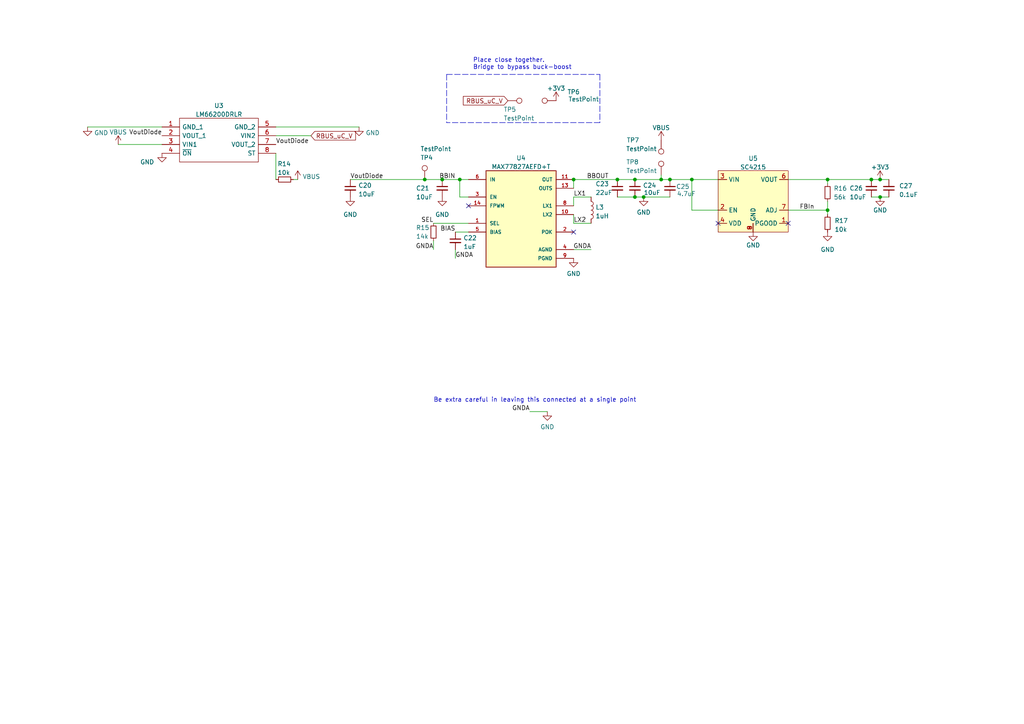
<source format=kicad_sch>
(kicad_sch (version 20211123) (generator eeschema)

  (uuid e9284afa-e324-4762-b662-a428eebcb5c2)

  (paper "A4")

  (lib_symbols
    (symbol "Connector:TestPoint" (pin_numbers hide) (pin_names (offset 0.762) hide) (in_bom yes) (on_board yes)
      (property "Reference" "TP" (id 0) (at 0 6.858 0)
        (effects (font (size 1.27 1.27)))
      )
      (property "Value" "TestPoint" (id 1) (at 0 5.08 0)
        (effects (font (size 1.27 1.27)))
      )
      (property "Footprint" "" (id 2) (at 5.08 0 0)
        (effects (font (size 1.27 1.27)) hide)
      )
      (property "Datasheet" "~" (id 3) (at 5.08 0 0)
        (effects (font (size 1.27 1.27)) hide)
      )
      (property "ki_keywords" "test point tp" (id 4) (at 0 0 0)
        (effects (font (size 1.27 1.27)) hide)
      )
      (property "ki_description" "test point" (id 5) (at 0 0 0)
        (effects (font (size 1.27 1.27)) hide)
      )
      (property "ki_fp_filters" "Pin* Test*" (id 6) (at 0 0 0)
        (effects (font (size 1.27 1.27)) hide)
      )
      (symbol "TestPoint_0_1"
        (circle (center 0 3.302) (radius 0.762)
          (stroke (width 0) (type default) (color 0 0 0 0))
          (fill (type none))
        )
      )
      (symbol "TestPoint_1_1"
        (pin passive line (at 0 0 90) (length 2.54)
          (name "1" (effects (font (size 1.27 1.27))))
          (number "1" (effects (font (size 1.27 1.27))))
        )
      )
    )
    (symbol "Device:C_Small" (pin_numbers hide) (pin_names (offset 0.254) hide) (in_bom yes) (on_board yes)
      (property "Reference" "C" (id 0) (at 0.254 1.778 0)
        (effects (font (size 1.27 1.27)) (justify left))
      )
      (property "Value" "C_Small" (id 1) (at 0.254 -2.032 0)
        (effects (font (size 1.27 1.27)) (justify left))
      )
      (property "Footprint" "" (id 2) (at 0 0 0)
        (effects (font (size 1.27 1.27)) hide)
      )
      (property "Datasheet" "~" (id 3) (at 0 0 0)
        (effects (font (size 1.27 1.27)) hide)
      )
      (property "ki_keywords" "capacitor cap" (id 4) (at 0 0 0)
        (effects (font (size 1.27 1.27)) hide)
      )
      (property "ki_description" "Unpolarized capacitor, small symbol" (id 5) (at 0 0 0)
        (effects (font (size 1.27 1.27)) hide)
      )
      (property "ki_fp_filters" "C_*" (id 6) (at 0 0 0)
        (effects (font (size 1.27 1.27)) hide)
      )
      (symbol "C_Small_0_1"
        (polyline
          (pts
            (xy -1.524 -0.508)
            (xy 1.524 -0.508)
          )
          (stroke (width 0.3302) (type default) (color 0 0 0 0))
          (fill (type none))
        )
        (polyline
          (pts
            (xy -1.524 0.508)
            (xy 1.524 0.508)
          )
          (stroke (width 0.3048) (type default) (color 0 0 0 0))
          (fill (type none))
        )
      )
      (symbol "C_Small_1_1"
        (pin passive line (at 0 2.54 270) (length 2.032)
          (name "~" (effects (font (size 1.27 1.27))))
          (number "1" (effects (font (size 1.27 1.27))))
        )
        (pin passive line (at 0 -2.54 90) (length 2.032)
          (name "~" (effects (font (size 1.27 1.27))))
          (number "2" (effects (font (size 1.27 1.27))))
        )
      )
    )
    (symbol "Device:L" (pin_numbers hide) (pin_names (offset 1.016) hide) (in_bom yes) (on_board yes)
      (property "Reference" "L" (id 0) (at -1.27 0 90)
        (effects (font (size 1.27 1.27)))
      )
      (property "Value" "L" (id 1) (at 1.905 0 90)
        (effects (font (size 1.27 1.27)))
      )
      (property "Footprint" "" (id 2) (at 0 0 0)
        (effects (font (size 1.27 1.27)) hide)
      )
      (property "Datasheet" "~" (id 3) (at 0 0 0)
        (effects (font (size 1.27 1.27)) hide)
      )
      (property "ki_keywords" "inductor choke coil reactor magnetic" (id 4) (at 0 0 0)
        (effects (font (size 1.27 1.27)) hide)
      )
      (property "ki_description" "Inductor" (id 5) (at 0 0 0)
        (effects (font (size 1.27 1.27)) hide)
      )
      (property "ki_fp_filters" "Choke_* *Coil* Inductor_* L_*" (id 6) (at 0 0 0)
        (effects (font (size 1.27 1.27)) hide)
      )
      (symbol "L_0_1"
        (arc (start 0 -2.54) (mid 0.635 -1.905) (end 0 -1.27)
          (stroke (width 0) (type default) (color 0 0 0 0))
          (fill (type none))
        )
        (arc (start 0 -1.27) (mid 0.635 -0.635) (end 0 0)
          (stroke (width 0) (type default) (color 0 0 0 0))
          (fill (type none))
        )
        (arc (start 0 0) (mid 0.635 0.635) (end 0 1.27)
          (stroke (width 0) (type default) (color 0 0 0 0))
          (fill (type none))
        )
        (arc (start 0 1.27) (mid 0.635 1.905) (end 0 2.54)
          (stroke (width 0) (type default) (color 0 0 0 0))
          (fill (type none))
        )
      )
      (symbol "L_1_1"
        (pin passive line (at 0 3.81 270) (length 1.27)
          (name "1" (effects (font (size 1.27 1.27))))
          (number "1" (effects (font (size 1.27 1.27))))
        )
        (pin passive line (at 0 -3.81 90) (length 1.27)
          (name "2" (effects (font (size 1.27 1.27))))
          (number "2" (effects (font (size 1.27 1.27))))
        )
      )
    )
    (symbol "Device:R_Small" (pin_numbers hide) (pin_names (offset 0.254) hide) (in_bom yes) (on_board yes)
      (property "Reference" "R" (id 0) (at 0.762 0.508 0)
        (effects (font (size 1.27 1.27)) (justify left))
      )
      (property "Value" "R_Small" (id 1) (at 0.762 -1.016 0)
        (effects (font (size 1.27 1.27)) (justify left))
      )
      (property "Footprint" "" (id 2) (at 0 0 0)
        (effects (font (size 1.27 1.27)) hide)
      )
      (property "Datasheet" "~" (id 3) (at 0 0 0)
        (effects (font (size 1.27 1.27)) hide)
      )
      (property "ki_keywords" "R resistor" (id 4) (at 0 0 0)
        (effects (font (size 1.27 1.27)) hide)
      )
      (property "ki_description" "Resistor, small symbol" (id 5) (at 0 0 0)
        (effects (font (size 1.27 1.27)) hide)
      )
      (property "ki_fp_filters" "R_*" (id 6) (at 0 0 0)
        (effects (font (size 1.27 1.27)) hide)
      )
      (symbol "R_Small_0_1"
        (rectangle (start -0.762 1.778) (end 0.762 -1.778)
          (stroke (width 0.2032) (type default) (color 0 0 0 0))
          (fill (type none))
        )
      )
      (symbol "R_Small_1_1"
        (pin passive line (at 0 2.54 270) (length 0.762)
          (name "~" (effects (font (size 1.27 1.27))))
          (number "1" (effects (font (size 1.27 1.27))))
        )
        (pin passive line (at 0 -2.54 90) (length 0.762)
          (name "~" (effects (font (size 1.27 1.27))))
          (number "2" (effects (font (size 1.27 1.27))))
        )
      )
    )
    (symbol "iclr:LM66200DRLR" (pin_names (offset 0.762)) (in_bom yes) (on_board yes)
      (property "Reference" "U" (id 0) (at 29.21 7.62 0)
        (effects (font (size 1.27 1.27)) (justify left))
      )
      (property "Value" "LM66200DRLR" (id 1) (at 29.21 5.08 0)
        (effects (font (size 1.27 1.27)) (justify left))
      )
      (property "Footprint" "SOTFL50P160X60-8N" (id 2) (at 29.21 2.54 0)
        (effects (font (size 1.27 1.27)) (justify left) hide)
      )
      (property "Datasheet" "https://www.ti.com/lit/gpn/lm66200" (id 3) (at 29.21 0 0)
        (effects (font (size 1.27 1.27)) (justify left) hide)
      )
      (property "Description" "1.6-V to 5.5-V, 40-m, 2.5-A, low-IQ, dual ideal diode" (id 4) (at 29.21 -2.54 0)
        (effects (font (size 1.27 1.27)) (justify left) hide)
      )
      (property "Height" "0.6" (id 5) (at 29.21 -5.08 0)
        (effects (font (size 1.27 1.27)) (justify left) hide)
      )
      (property "Manufacturer_Name" "Texas Instruments" (id 6) (at 29.21 -7.62 0)
        (effects (font (size 1.27 1.27)) (justify left) hide)
      )
      (property "Manufacturer_Part_Number" "LM66200DRLR" (id 7) (at 29.21 -10.16 0)
        (effects (font (size 1.27 1.27)) (justify left) hide)
      )
      (property "Mouser Part Number" "595-LM66200DRLR" (id 8) (at 29.21 -12.7 0)
        (effects (font (size 1.27 1.27)) (justify left) hide)
      )
      (property "Mouser Price/Stock" "https://www.mouser.co.uk/ProductDetail/Texas-Instruments/LM66200DRLR?qs=Rp5uXu7WBW90hnpZAkIOdQ%3D%3D" (id 9) (at 29.21 -15.24 0)
        (effects (font (size 1.27 1.27)) (justify left) hide)
      )
      (property "Arrow Part Number" "LM66200DRLR" (id 10) (at 29.21 -17.78 0)
        (effects (font (size 1.27 1.27)) (justify left) hide)
      )
      (property "Arrow Price/Stock" "https://www.arrow.com/en/products/lm66200drlr/texas-instruments?region=nac" (id 11) (at 29.21 -20.32 0)
        (effects (font (size 1.27 1.27)) (justify left) hide)
      )
      (property "Mouser Testing Part Number" "" (id 12) (at 29.21 -22.86 0)
        (effects (font (size 1.27 1.27)) (justify left) hide)
      )
      (property "Mouser Testing Price/Stock" "" (id 13) (at 29.21 -25.4 0)
        (effects (font (size 1.27 1.27)) (justify left) hide)
      )
      (property "ki_description" "1.6-V to 5.5-V, 40-m, 2.5-A, low-IQ, dual ideal diode" (id 14) (at 0 0 0)
        (effects (font (size 1.27 1.27)) hide)
      )
      (symbol "LM66200DRLR_0_0"
        (pin passive line (at 0 0 0) (length 5.08)
          (name "GND_1" (effects (font (size 1.27 1.27))))
          (number "1" (effects (font (size 1.27 1.27))))
        )
        (pin passive line (at 0 -2.54 0) (length 5.08)
          (name "VOUT_1" (effects (font (size 1.27 1.27))))
          (number "2" (effects (font (size 1.27 1.27))))
        )
        (pin passive line (at 0 -5.08 0) (length 5.08)
          (name "VIN1" (effects (font (size 1.27 1.27))))
          (number "3" (effects (font (size 1.27 1.27))))
        )
        (pin passive line (at 0 -7.62 0) (length 5.08)
          (name "~{ON}" (effects (font (size 1.27 1.27))))
          (number "4" (effects (font (size 1.27 1.27))))
        )
        (pin passive line (at 33.02 0 180) (length 5.08)
          (name "GND_2" (effects (font (size 1.27 1.27))))
          (number "5" (effects (font (size 1.27 1.27))))
        )
        (pin passive line (at 33.02 -2.54 180) (length 5.08)
          (name "VIN2" (effects (font (size 1.27 1.27))))
          (number "6" (effects (font (size 1.27 1.27))))
        )
        (pin passive line (at 33.02 -5.08 180) (length 5.08)
          (name "VOUT_2" (effects (font (size 1.27 1.27))))
          (number "7" (effects (font (size 1.27 1.27))))
        )
        (pin passive line (at 33.02 -7.62 180) (length 5.08)
          (name "ST" (effects (font (size 1.27 1.27))))
          (number "8" (effects (font (size 1.27 1.27))))
        )
      )
      (symbol "LM66200DRLR_0_1"
        (polyline
          (pts
            (xy 5.08 2.54)
            (xy 27.94 2.54)
            (xy 27.94 -10.16)
            (xy 5.08 -10.16)
            (xy 5.08 2.54)
          )
          (stroke (width 0.1524) (type default) (color 0 0 0 0))
          (fill (type none))
        )
      )
    )
    (symbol "iclr:MAX77827AEFD+T" (pin_names (offset 1.016)) (in_bom yes) (on_board yes)
      (property "Reference" "U?" (id 0) (at -10.16 13.208 0)
        (effects (font (size 1.27 1.27)) (justify left bottom))
      )
      (property "Value" "MAX77827AEFD+T" (id 1) (at -10.16 -17.78 0)
        (effects (font (size 1.27 1.27)) (justify left bottom))
      )
      (property "Footprint" "CONV_MAX77827AEFD+T" (id 2) (at -6.35 19.05 0)
        (effects (font (size 1.27 1.27)) (justify left bottom) hide)
      )
      (property "Datasheet" "" (id 3) (at 0 0 0)
        (effects (font (size 1.27 1.27)) (justify left bottom) hide)
      )
      (property "MANUFACTURER" "Maxim Integrated" (id 4) (at -2.54 16.51 0)
        (effects (font (size 1.27 1.27)) (justify left bottom) hide)
      )
      (property "MAXIMUM_PACKAGE_HEIGHT" "0.6mm" (id 5) (at 1.27 13.97 0)
        (effects (font (size 1.27 1.27)) (justify left bottom) hide)
      )
      (property "PARTREV" "B" (id 6) (at 0 15.24 0)
        (effects (font (size 1.27 1.27)) (justify left bottom) hide)
      )
      (property "STANDARD" "Manufacturer Recommended" (id 7) (at -6.35 19.05 0)
        (effects (font (size 1.27 1.27)) (justify left bottom) hide)
      )
      (property "ki_locked" "" (id 8) (at 0 0 0)
        (effects (font (size 1.27 1.27)))
      )
      (symbol "MAX77827AEFD+T_0_0"
        (rectangle (start -10.16 -15.24) (end 10.16 12.7)
          (stroke (width 0.254) (type default) (color 0 0 0 0))
          (fill (type background))
        )
        (pin passive line (at -15.24 -2.54 0) (length 5.08)
          (name "SEL" (effects (font (size 1.016 1.016))))
          (number "1" (effects (font (size 1.016 1.016))))
        )
        (pin passive line (at 15.24 0 180) (length 5.08)
          (name "LX2" (effects (font (size 1.016 1.016))))
          (number "10" (effects (font (size 1.016 1.016))))
        )
        (pin output line (at 15.24 10.16 180) (length 5.08)
          (name "OUT" (effects (font (size 1.016 1.016))))
          (number "11" (effects (font (size 1.016 1.016))))
        )
        (pin input line (at 15.24 7.62 180) (length 5.08)
          (name "OUTS" (effects (font (size 1.016 1.016))))
          (number "13" (effects (font (size 1.016 1.016))))
        )
        (pin input line (at -15.24 2.54 0) (length 5.08)
          (name "FPWM" (effects (font (size 1.016 1.016))))
          (number "14" (effects (font (size 1.016 1.016))))
        )
        (pin output line (at 15.24 -5.08 180) (length 5.08)
          (name "POK" (effects (font (size 1.016 1.016))))
          (number "2" (effects (font (size 1.016 1.016))))
        )
        (pin input line (at -15.24 5.08 0) (length 5.08)
          (name "EN" (effects (font (size 1.016 1.016))))
          (number "3" (effects (font (size 1.016 1.016))))
        )
        (pin power_in line (at 15.24 -10.16 180) (length 5.08)
          (name "AGND" (effects (font (size 1.016 1.016))))
          (number "4" (effects (font (size 1.016 1.016))))
        )
        (pin passive line (at -15.24 -5.08 0) (length 5.08)
          (name "BIAS" (effects (font (size 1.016 1.016))))
          (number "5" (effects (font (size 1.016 1.016))))
        )
        (pin input line (at -15.24 10.16 0) (length 5.08)
          (name "IN" (effects (font (size 1.016 1.016))))
          (number "6" (effects (font (size 1.016 1.016))))
        )
        (pin passive line (at 15.24 2.54 180) (length 5.08)
          (name "LX1" (effects (font (size 1.016 1.016))))
          (number "8" (effects (font (size 1.016 1.016))))
        )
        (pin power_in line (at 15.24 -12.7 180) (length 5.08)
          (name "PGND" (effects (font (size 1.016 1.016))))
          (number "9" (effects (font (size 1.016 1.016))))
        )
      )
    )
    (symbol "iclr:RT9025-25GSP" (in_bom yes) (on_board yes)
      (property "Reference" "U6" (id 0) (at 0 4.8428 0)
        (effects (font (size 1.27 1.27)))
      )
      (property "Value" "RT9025-25GSP" (id 1) (at 0 2.3059 0)
        (effects (font (size 1.27 1.27)))
      )
      (property "Footprint" "iclr:SOIC127P599X175-9N" (id 2) (at 0 5.08 0)
        (effects (font (size 1.27 1.27)) hide)
      )
      (property "Datasheet" "" (id 3) (at 0 5.08 0)
        (effects (font (size 1.27 1.27)) hide)
      )
      (symbol "RT9025-25GSP_1_1"
        (rectangle (start -10.16 1.27) (end 10.16 -16.51)
          (stroke (width 0) (type default) (color 0 0 0 0))
          (fill (type background))
        )
        (pin output line (at 10.16 -13.97 180) (length 2.54)
          (name "PGOOD" (effects (font (size 1.27 1.27))))
          (number "1" (effects (font (size 1.27 1.27))))
        )
        (pin input line (at -10.16 -10.16 0) (length 2.54)
          (name "EN" (effects (font (size 1.27 1.27))))
          (number "2" (effects (font (size 1.27 1.27))))
        )
        (pin input line (at -10.16 -1.27 0) (length 2.54)
          (name "VIN" (effects (font (size 1.27 1.27))))
          (number "3" (effects (font (size 1.27 1.27))))
        )
        (pin input line (at -10.16 -13.97 0) (length 2.54)
          (name "VDD" (effects (font (size 1.27 1.27))))
          (number "4" (effects (font (size 1.27 1.27))))
        )
        (pin output line (at 10.16 -1.27 180) (length 2.54)
          (name "VOUT" (effects (font (size 1.27 1.27))))
          (number "6" (effects (font (size 1.27 1.27))))
        )
        (pin input line (at 10.16 -10.16 180) (length 2.54)
          (name "ADJ" (effects (font (size 1.27 1.27))))
          (number "7" (effects (font (size 1.27 1.27))))
        )
        (pin input line (at 0 -16.51 90) (length 2.54)
          (name "GND" (effects (font (size 1.27 1.27))))
          (number "8" (effects (font (size 1.27 1.27))))
        )
        (pin input line (at 0 -16.51 90) (length 2.54)
          (name "GND" (effects (font (size 1.27 1.27))))
          (number "9" (effects (font (size 1.27 1.27))))
        )
      )
    )
    (symbol "power:+3.3V" (power) (pin_names (offset 0)) (in_bom yes) (on_board yes)
      (property "Reference" "#PWR" (id 0) (at 0 -3.81 0)
        (effects (font (size 1.27 1.27)) hide)
      )
      (property "Value" "+3.3V" (id 1) (at 0 3.556 0)
        (effects (font (size 1.27 1.27)))
      )
      (property "Footprint" "" (id 2) (at 0 0 0)
        (effects (font (size 1.27 1.27)) hide)
      )
      (property "Datasheet" "" (id 3) (at 0 0 0)
        (effects (font (size 1.27 1.27)) hide)
      )
      (property "ki_keywords" "power-flag" (id 4) (at 0 0 0)
        (effects (font (size 1.27 1.27)) hide)
      )
      (property "ki_description" "Power symbol creates a global label with name \"+3.3V\"" (id 5) (at 0 0 0)
        (effects (font (size 1.27 1.27)) hide)
      )
      (symbol "+3.3V_0_1"
        (polyline
          (pts
            (xy -0.762 1.27)
            (xy 0 2.54)
          )
          (stroke (width 0) (type default) (color 0 0 0 0))
          (fill (type none))
        )
        (polyline
          (pts
            (xy 0 0)
            (xy 0 2.54)
          )
          (stroke (width 0) (type default) (color 0 0 0 0))
          (fill (type none))
        )
        (polyline
          (pts
            (xy 0 2.54)
            (xy 0.762 1.27)
          )
          (stroke (width 0) (type default) (color 0 0 0 0))
          (fill (type none))
        )
      )
      (symbol "+3.3V_1_1"
        (pin power_in line (at 0 0 90) (length 0) hide
          (name "+3V3" (effects (font (size 1.27 1.27))))
          (number "1" (effects (font (size 1.27 1.27))))
        )
      )
    )
    (symbol "power:GND" (power) (pin_names (offset 0)) (in_bom yes) (on_board yes)
      (property "Reference" "#PWR" (id 0) (at 0 -6.35 0)
        (effects (font (size 1.27 1.27)) hide)
      )
      (property "Value" "GND" (id 1) (at 0 -3.81 0)
        (effects (font (size 1.27 1.27)))
      )
      (property "Footprint" "" (id 2) (at 0 0 0)
        (effects (font (size 1.27 1.27)) hide)
      )
      (property "Datasheet" "" (id 3) (at 0 0 0)
        (effects (font (size 1.27 1.27)) hide)
      )
      (property "ki_keywords" "power-flag" (id 4) (at 0 0 0)
        (effects (font (size 1.27 1.27)) hide)
      )
      (property "ki_description" "Power symbol creates a global label with name \"GND\" , ground" (id 5) (at 0 0 0)
        (effects (font (size 1.27 1.27)) hide)
      )
      (symbol "GND_0_1"
        (polyline
          (pts
            (xy 0 0)
            (xy 0 -1.27)
            (xy 1.27 -1.27)
            (xy 0 -2.54)
            (xy -1.27 -1.27)
            (xy 0 -1.27)
          )
          (stroke (width 0) (type default) (color 0 0 0 0))
          (fill (type none))
        )
      )
      (symbol "GND_1_1"
        (pin power_in line (at 0 0 270) (length 0) hide
          (name "GND" (effects (font (size 1.27 1.27))))
          (number "1" (effects (font (size 1.27 1.27))))
        )
      )
    )
    (symbol "power:VBUS" (power) (pin_names (offset 0)) (in_bom yes) (on_board yes)
      (property "Reference" "#PWR" (id 0) (at 0 -3.81 0)
        (effects (font (size 1.27 1.27)) hide)
      )
      (property "Value" "VBUS" (id 1) (at 0 3.81 0)
        (effects (font (size 1.27 1.27)))
      )
      (property "Footprint" "" (id 2) (at 0 0 0)
        (effects (font (size 1.27 1.27)) hide)
      )
      (property "Datasheet" "" (id 3) (at 0 0 0)
        (effects (font (size 1.27 1.27)) hide)
      )
      (property "ki_keywords" "power-flag" (id 4) (at 0 0 0)
        (effects (font (size 1.27 1.27)) hide)
      )
      (property "ki_description" "Power symbol creates a global label with name \"VBUS\"" (id 5) (at 0 0 0)
        (effects (font (size 1.27 1.27)) hide)
      )
      (symbol "VBUS_0_1"
        (polyline
          (pts
            (xy -0.762 1.27)
            (xy 0 2.54)
          )
          (stroke (width 0) (type default) (color 0 0 0 0))
          (fill (type none))
        )
        (polyline
          (pts
            (xy 0 0)
            (xy 0 2.54)
          )
          (stroke (width 0) (type default) (color 0 0 0 0))
          (fill (type none))
        )
        (polyline
          (pts
            (xy 0 2.54)
            (xy 0.762 1.27)
          )
          (stroke (width 0) (type default) (color 0 0 0 0))
          (fill (type none))
        )
      )
      (symbol "VBUS_1_1"
        (pin power_in line (at 0 0 90) (length 0) hide
          (name "VBUS" (effects (font (size 1.27 1.27))))
          (number "1" (effects (font (size 1.27 1.27))))
        )
      )
    )
  )

  (junction (at 184.15 52.07) (diameter 0) (color 0 0 0 0)
    (uuid 025e695d-8e2d-4de8-acab-7a162cc26168)
  )
  (junction (at 240.03 52.07) (diameter 0) (color 0 0 0 0)
    (uuid 059bcba6-280b-40eb-ab89-3dc5aee13437)
  )
  (junction (at 255.27 52.07) (diameter 0) (color 0 0 0 0)
    (uuid 06d56029-c268-415d-bc15-322ae67002fd)
  )
  (junction (at 191.77 52.07) (diameter 0) (color 0 0 0 0)
    (uuid 14e6f865-9c0a-49ea-b81b-07711ade0119)
  )
  (junction (at 186.69 57.15) (diameter 0) (color 0 0 0 0)
    (uuid 19e29c7d-2497-4378-be9c-d7dd5740c97b)
  )
  (junction (at 128.27 52.07) (diameter 0) (color 0 0 0 0)
    (uuid 43fb0a3d-a75c-4a89-929f-3bfabd56e48f)
  )
  (junction (at 252.73 52.07) (diameter 0) (color 0 0 0 0)
    (uuid 8179b66d-1f6d-4cd3-85ac-0088c17d8ab7)
  )
  (junction (at 194.31 52.07) (diameter 0) (color 0 0 0 0)
    (uuid 8ec9933a-dea5-4a2f-9b22-74f5bbc005c9)
  )
  (junction (at 255.27 57.15) (diameter 0) (color 0 0 0 0)
    (uuid 91d76694-39de-439c-9769-c81f38ae49dc)
  )
  (junction (at 166.37 52.07) (diameter 0) (color 0 0 0 0)
    (uuid 9e9dab12-0d16-47c5-9925-9d9e8d96d07f)
  )
  (junction (at 123.19 52.07) (diameter 0) (color 0 0 0 0)
    (uuid a3b44a8c-bdb8-452c-89dd-c0f91112399f)
  )
  (junction (at 240.03 60.96) (diameter 0) (color 0 0 0 0)
    (uuid b05e221d-8c57-4ef8-8975-519b7161da98)
  )
  (junction (at 133.35 52.07) (diameter 0) (color 0 0 0 0)
    (uuid c11ca3bc-a8bb-430a-9e10-289b52cce878)
  )
  (junction (at 179.07 52.07) (diameter 0) (color 0 0 0 0)
    (uuid e7ba0df4-f5bc-485a-89ed-b04588169d85)
  )
  (junction (at 184.15 57.15) (diameter 0) (color 0 0 0 0)
    (uuid f79e57c7-0e3c-4c62-8d9c-1df18cf27b2b)
  )
  (junction (at 200.66 52.07) (diameter 0) (color 0 0 0 0)
    (uuid fe4fbfec-e039-4d68-bf53-26cc9c4c45e6)
  )

  (no_connect (at 166.37 67.31) (uuid 53807c26-4c3b-4a33-9e89-8f68b4e2bcb2))
  (no_connect (at 135.89 59.69) (uuid 7d5ef869-90ac-4f40-91fc-2deb9689e3d1))
  (no_connect (at 228.6 64.77) (uuid c2d351a7-a4dd-4b9d-a118-bc2023d132d4))
  (no_connect (at 208.28 64.77) (uuid cf7be989-8e30-4bee-93dd-10ce2dbd1e55))

  (wire (pts (xy 80.01 52.07) (xy 80.01 44.45))
    (stroke (width 0) (type default) (color 0 0 0 0))
    (uuid 069e75c7-38b4-4c61-9b2b-d26f0784bfa9)
  )
  (polyline (pts (xy 129.54 21.59) (xy 129.54 35.56))
    (stroke (width 0) (type default) (color 0 0 0 0))
    (uuid 0c137dcf-8a66-441f-befa-c78fe501541b)
  )

  (wire (pts (xy 133.35 57.15) (xy 135.89 57.15))
    (stroke (width 0) (type default) (color 0 0 0 0))
    (uuid 0ce0f0b7-ef43-4a90-95fe-6b7b2b7912e3)
  )
  (wire (pts (xy 104.14 36.83) (xy 80.01 36.83))
    (stroke (width 0) (type default) (color 0 0 0 0))
    (uuid 0d07cbbe-592b-417c-af7f-93b278caf359)
  )
  (wire (pts (xy 166.37 52.07) (xy 179.07 52.07))
    (stroke (width 0) (type default) (color 0 0 0 0))
    (uuid 122b2869-b8ec-4c49-ab98-3e0d5323bb2d)
  )
  (wire (pts (xy 179.07 52.07) (xy 184.15 52.07))
    (stroke (width 0) (type default) (color 0 0 0 0))
    (uuid 18562939-7ae5-4144-9840-599fb6adc5e9)
  )
  (wire (pts (xy 240.03 52.07) (xy 240.03 53.34))
    (stroke (width 0) (type default) (color 0 0 0 0))
    (uuid 1d4ca962-27f2-481a-84d5-0628d75d2352)
  )
  (wire (pts (xy 166.37 57.15) (xy 171.45 57.15))
    (stroke (width 0) (type default) (color 0 0 0 0))
    (uuid 20fd74e8-e3dc-492f-8d46-fab70914d5e5)
  )
  (wire (pts (xy 200.66 52.07) (xy 200.66 60.96))
    (stroke (width 0) (type default) (color 0 0 0 0))
    (uuid 29f89d5f-90d4-44ab-aeec-d14f8866e07f)
  )
  (wire (pts (xy 179.07 57.15) (xy 184.15 57.15))
    (stroke (width 0) (type default) (color 0 0 0 0))
    (uuid 2c600a77-60ab-41dd-b34a-e4df0c47849e)
  )
  (wire (pts (xy 228.6 52.07) (xy 240.03 52.07))
    (stroke (width 0) (type default) (color 0 0 0 0))
    (uuid 317d8efb-eacf-4dbb-965e-f732dc345d8c)
  )
  (wire (pts (xy 166.37 64.77) (xy 166.37 62.23))
    (stroke (width 0) (type default) (color 0 0 0 0))
    (uuid 328aa6d3-da7a-4325-a9a1-e925b01efab3)
  )
  (wire (pts (xy 200.66 52.07) (xy 208.28 52.07))
    (stroke (width 0) (type default) (color 0 0 0 0))
    (uuid 387e88d5-12f7-4406-9187-6916bec744b1)
  )
  (wire (pts (xy 125.73 64.77) (xy 135.89 64.77))
    (stroke (width 0) (type default) (color 0 0 0 0))
    (uuid 48ea0a96-489c-4f5f-9567-57b93d7a7c28)
  )
  (wire (pts (xy 166.37 72.39) (xy 171.45 72.39))
    (stroke (width 0) (type default) (color 0 0 0 0))
    (uuid 499a9f82-3aab-4f4d-b35f-ff7f0e691b21)
  )
  (wire (pts (xy 191.77 52.07) (xy 194.31 52.07))
    (stroke (width 0) (type default) (color 0 0 0 0))
    (uuid 4eb4ab8d-2bf2-482e-a421-0cdbdb6244e4)
  )
  (wire (pts (xy 240.03 58.42) (xy 240.03 60.96))
    (stroke (width 0) (type default) (color 0 0 0 0))
    (uuid 520088cf-b918-4091-83c9-40102fcba2d8)
  )
  (wire (pts (xy 166.37 59.69) (xy 166.37 57.15))
    (stroke (width 0) (type default) (color 0 0 0 0))
    (uuid 54d0b93a-ed98-4e03-bfbf-76e3073701f9)
  )
  (wire (pts (xy 191.77 50.8) (xy 191.77 52.07))
    (stroke (width 0) (type default) (color 0 0 0 0))
    (uuid 6249e04b-f43c-4872-973a-ad0605d93f47)
  )
  (wire (pts (xy 184.15 52.07) (xy 191.77 52.07))
    (stroke (width 0) (type default) (color 0 0 0 0))
    (uuid 63eaf0a3-6d99-4d02-9521-aa50c3a316f2)
  )
  (wire (pts (xy 252.73 57.15) (xy 255.27 57.15))
    (stroke (width 0) (type default) (color 0 0 0 0))
    (uuid 6e853dfc-ebac-4a7e-8d41-4767e570c51e)
  )
  (wire (pts (xy 133.35 52.07) (xy 133.35 57.15))
    (stroke (width 0) (type default) (color 0 0 0 0))
    (uuid 71914f4a-ed80-4341-be43-e93b9bf12d2a)
  )
  (wire (pts (xy 200.66 60.96) (xy 208.28 60.96))
    (stroke (width 0) (type default) (color 0 0 0 0))
    (uuid 773cb3ea-27be-4c5c-8fd1-215821eb9abe)
  )
  (wire (pts (xy 123.19 52.07) (xy 128.27 52.07))
    (stroke (width 0) (type default) (color 0 0 0 0))
    (uuid 7842b8a8-fd2e-411a-bf1b-26c94d337b44)
  )
  (wire (pts (xy 186.69 57.15) (xy 194.31 57.15))
    (stroke (width 0) (type default) (color 0 0 0 0))
    (uuid 78687c83-9941-45a6-9218-eaf262d35659)
  )
  (wire (pts (xy 194.31 52.07) (xy 200.66 52.07))
    (stroke (width 0) (type default) (color 0 0 0 0))
    (uuid 7a7b01aa-2aad-4a77-b6c7-cac925513d0b)
  )
  (wire (pts (xy 125.73 72.39) (xy 125.73 69.85))
    (stroke (width 0) (type default) (color 0 0 0 0))
    (uuid 7d3200f3-1d13-4f29-9238-5767988c515f)
  )
  (wire (pts (xy 228.6 60.96) (xy 240.03 60.96))
    (stroke (width 0) (type default) (color 0 0 0 0))
    (uuid 8079d4db-5c65-4476-9e79-3fd6aa692d53)
  )
  (wire (pts (xy 171.45 64.77) (xy 166.37 64.77))
    (stroke (width 0) (type default) (color 0 0 0 0))
    (uuid 86748bba-867f-45cb-9f85-1a5c751a7da5)
  )
  (wire (pts (xy 255.27 57.15) (xy 257.81 57.15))
    (stroke (width 0) (type default) (color 0 0 0 0))
    (uuid 86bc36d8-21b7-4562-997f-bc02acac9692)
  )
  (wire (pts (xy 25.4 36.83) (xy 46.99 36.83))
    (stroke (width 0) (type default) (color 0 0 0 0))
    (uuid 8ebf6fcc-4ea7-4e54-85c1-8337fb6c858c)
  )
  (wire (pts (xy 34.29 41.91) (xy 46.99 41.91))
    (stroke (width 0) (type default) (color 0 0 0 0))
    (uuid 964d1527-78d9-4cd8-8981-b6177799faa6)
  )
  (wire (pts (xy 101.6 52.07) (xy 123.19 52.07))
    (stroke (width 0) (type default) (color 0 0 0 0))
    (uuid 9829648d-2745-423f-9717-bb2c77f4bc12)
  )
  (wire (pts (xy 186.69 57.15) (xy 184.15 57.15))
    (stroke (width 0) (type default) (color 0 0 0 0))
    (uuid 9bb1b466-6f6b-404a-ae7b-8a8177578908)
  )
  (polyline (pts (xy 173.99 35.56) (xy 129.54 35.56))
    (stroke (width 0) (type default) (color 0 0 0 0))
    (uuid 9cdb0461-bc94-4501-affd-22d54b141994)
  )
  (polyline (pts (xy 173.99 21.59) (xy 173.99 35.56))
    (stroke (width 0) (type default) (color 0 0 0 0))
    (uuid 9f46b781-ea4a-4e83-9037-a4f56c170db1)
  )

  (wire (pts (xy 153.67 119.38) (xy 158.75 119.38))
    (stroke (width 0) (type default) (color 0 0 0 0))
    (uuid a88f867b-5b76-4679-864a-ca83d6af997b)
  )
  (wire (pts (xy 128.27 52.07) (xy 133.35 52.07))
    (stroke (width 0) (type default) (color 0 0 0 0))
    (uuid acdfba8e-0438-4355-babd-7f18f0a9d336)
  )
  (wire (pts (xy 86.36 52.07) (xy 85.09 52.07))
    (stroke (width 0) (type default) (color 0 0 0 0))
    (uuid ae05633a-c1f7-4b5a-b3af-512a8729943c)
  )
  (polyline (pts (xy 129.54 21.59) (xy 173.99 21.59))
    (stroke (width 0) (type default) (color 0 0 0 0))
    (uuid b41836e0-06b3-4a3f-b6c4-27114c233ee8)
  )

  (wire (pts (xy 166.37 54.61) (xy 166.37 52.07))
    (stroke (width 0) (type default) (color 0 0 0 0))
    (uuid bba4a38e-2acc-4416-9232-092f7d6a876e)
  )
  (wire (pts (xy 132.08 67.31) (xy 135.89 67.31))
    (stroke (width 0) (type default) (color 0 0 0 0))
    (uuid c03c2ae5-721b-4064-80c3-93d26df1d30a)
  )
  (wire (pts (xy 255.27 52.07) (xy 252.73 52.07))
    (stroke (width 0) (type default) (color 0 0 0 0))
    (uuid c8299a21-d52e-46a3-bf35-a90f56707cfe)
  )
  (wire (pts (xy 133.35 52.07) (xy 135.89 52.07))
    (stroke (width 0) (type default) (color 0 0 0 0))
    (uuid c9a3154e-f650-4dd4-8f78-0540978414f7)
  )
  (wire (pts (xy 255.27 52.07) (xy 257.81 52.07))
    (stroke (width 0) (type default) (color 0 0 0 0))
    (uuid d01434dc-72a8-4594-a021-8cf426d84af8)
  )
  (wire (pts (xy 90.17 39.37) (xy 80.01 39.37))
    (stroke (width 0) (type default) (color 0 0 0 0))
    (uuid d21bb4f3-d8fa-457f-87e5-0c9117c8c3c6)
  )
  (wire (pts (xy 240.03 60.96) (xy 240.03 62.23))
    (stroke (width 0) (type default) (color 0 0 0 0))
    (uuid d4298c3c-c451-45e7-b752-30c5ba6276b3)
  )
  (wire (pts (xy 240.03 52.07) (xy 252.73 52.07))
    (stroke (width 0) (type default) (color 0 0 0 0))
    (uuid e9cf90f2-f40a-4e43-9dad-8eb07c30d184)
  )
  (wire (pts (xy 132.08 74.93) (xy 132.08 72.39))
    (stroke (width 0) (type default) (color 0 0 0 0))
    (uuid f5a83c90-a4ca-4c24-befa-5d98f0f52797)
  )

  (text "Place close together.\nBridge to bypass buck-boost\n"
    (at 137.16 20.32 0)
    (effects (font (size 1.27 1.27)) (justify left bottom))
    (uuid 3a7937d4-d5a9-42a6-95f5-07bc88fba704)
  )
  (text "Be extra careful in leaving this connected at a single point\n"
    (at 125.73 116.84 0)
    (effects (font (size 1.27 1.27)) (justify left bottom))
    (uuid ddceb510-327a-43ec-a3b4-861d6a13866d)
  )

  (label "VoutDiode" (at 80.01 41.91 0)
    (effects (font (size 1.27 1.27)) (justify left bottom))
    (uuid 0ec526c7-6ea5-4f80-b884-0d8169b753b1)
  )
  (label "GNDA" (at 132.08 74.93 0)
    (effects (font (size 1.27 1.27)) (justify left bottom))
    (uuid 33e483e1-28ce-477f-8e1a-90f7633c989b)
  )
  (label "VoutDiode" (at 46.99 39.37 180)
    (effects (font (size 1.27 1.27)) (justify right bottom))
    (uuid 496c2a81-d5aa-4c30-b8c7-3198f4d6f74a)
  )
  (label "FBIn" (at 236.22 60.96 180)
    (effects (font (size 1.27 1.27)) (justify right bottom))
    (uuid 5fbcac91-7bf8-4d32-af8a-02e5f7688a48)
  )
  (label "BIAS" (at 132.08 67.31 180)
    (effects (font (size 1.27 1.27)) (justify right bottom))
    (uuid 60e37982-1fa9-47a9-b417-587a3fe7ceb9)
  )
  (label "LX2" (at 166.37 64.77 0)
    (effects (font (size 1.27 1.27)) (justify left bottom))
    (uuid 7b61fba6-6c58-4e67-b708-44bfeafe212e)
  )
  (label "GNDA" (at 153.67 119.38 180)
    (effects (font (size 1.27 1.27)) (justify right bottom))
    (uuid 7da82053-ba3b-46bf-b2cc-08b410b5dbbd)
  )
  (label "GNDA" (at 125.73 72.39 180)
    (effects (font (size 1.27 1.27)) (justify right bottom))
    (uuid 7e783541-0e95-4709-9e7d-1ab38887bfc3)
  )
  (label "SEL" (at 125.73 64.77 180)
    (effects (font (size 1.27 1.27)) (justify right bottom))
    (uuid 8a02467e-d38c-4404-a183-5535d785675e)
  )
  (label "VoutDiode" (at 101.6 52.07 0)
    (effects (font (size 1.27 1.27)) (justify left bottom))
    (uuid 9d432cc0-84e4-4801-b74a-6d1d1c8e0f6e)
  )
  (label "GNDA" (at 171.45 72.39 180)
    (effects (font (size 1.27 1.27)) (justify right bottom))
    (uuid a787de0b-7ccc-4147-b23c-b19cab72577e)
  )
  (label "BBOUT" (at 170.18 52.07 0)
    (effects (font (size 1.27 1.27)) (justify left bottom))
    (uuid b4020e3b-82a8-4f84-b714-bf5860c1d263)
  )
  (label "LX1" (at 166.37 57.15 0)
    (effects (font (size 1.27 1.27)) (justify left bottom))
    (uuid e1fd3ae5-96a2-49d4-8023-84843f0218d9)
  )
  (label "BBIN" (at 132.08 52.07 180)
    (effects (font (size 1.27 1.27)) (justify right bottom))
    (uuid f6552616-3e16-4f1d-8d96-a50fa9e83030)
  )

  (global_label "RBUS_uC_V" (shape input) (at 147.32 29.21 180) (fields_autoplaced)
    (effects (font (size 1.27 1.27)) (justify right))
    (uuid 8d8323d3-7cbe-4936-9929-96c8416b91d5)
    (property "Intersheet References" "${INTERSHEET_REFS}" (id 0) (at 134.4729 29.1306 0)
      (effects (font (size 1.27 1.27)) (justify right) hide)
    )
  )
  (global_label "RBUS_uC_V" (shape input) (at 90.17 39.37 0) (fields_autoplaced)
    (effects (font (size 1.27 1.27)) (justify left))
    (uuid fa70bd12-03a5-4c86-a4a3-bff8b0094b6c)
    (property "Intersheet References" "${INTERSHEET_REFS}" (id 0) (at 103.0171 39.4494 0)
      (effects (font (size 1.27 1.27)) (justify left) hide)
    )
  )

  (symbol (lib_id "power:+3.3V") (at 161.29 29.21 0) (unit 1)
    (in_bom yes) (on_board yes) (fields_autoplaced)
    (uuid 01fcc328-e73e-43dc-b2ab-acd21c5b0bd6)
    (property "Reference" "#PWR043" (id 0) (at 161.29 33.02 0)
      (effects (font (size 1.27 1.27)) hide)
    )
    (property "Value" "+3.3V" (id 1) (at 161.29 25.6342 0))
    (property "Footprint" "" (id 2) (at 161.29 29.21 0)
      (effects (font (size 1.27 1.27)) hide)
    )
    (property "Datasheet" "" (id 3) (at 161.29 29.21 0)
      (effects (font (size 1.27 1.27)) hide)
    )
    (pin "1" (uuid 7cdf4ed6-00ba-46ce-a304-48e5fb33a313))
  )

  (symbol (lib_id "iclr:LM66200DRLR") (at 46.99 36.83 0) (unit 1)
    (in_bom yes) (on_board yes) (fields_autoplaced)
    (uuid 067fcbdc-a037-45c7-a11e-fa748d280ce6)
    (property "Reference" "U3" (id 0) (at 63.5 30.641 0))
    (property "Value" "LM66200DRLR" (id 1) (at 63.5 33.1779 0))
    (property "Footprint" "iclr:SOTFL50P160X60-8N" (id 2) (at 76.2 34.29 0)
      (effects (font (size 1.27 1.27)) (justify left) hide)
    )
    (property "Datasheet" "https://www.ti.com/lit/gpn/lm66200" (id 3) (at 76.2 36.83 0)
      (effects (font (size 1.27 1.27)) (justify left) hide)
    )
    (property "Description" "1.6-V to 5.5-V, 40-m, 2.5-A, low-IQ, dual ideal diode" (id 4) (at 76.2 39.37 0)
      (effects (font (size 1.27 1.27)) (justify left) hide)
    )
    (property "Height" "0.6" (id 5) (at 76.2 41.91 0)
      (effects (font (size 1.27 1.27)) (justify left) hide)
    )
    (property "Manufacturer_Name" "Texas Instruments" (id 6) (at 76.2 44.45 0)
      (effects (font (size 1.27 1.27)) (justify left) hide)
    )
    (property "Manufacturer_Part_Number" "LM66200DRLR" (id 7) (at 76.2 46.99 0)
      (effects (font (size 1.27 1.27)) (justify left) hide)
    )
    (property "Mouser Part Number" "595-LM66200DRLR" (id 8) (at 76.2 49.53 0)
      (effects (font (size 1.27 1.27)) (justify left) hide)
    )
    (property "Mouser Price/Stock" "https://www.mouser.co.uk/ProductDetail/Texas-Instruments/LM66200DRLR?qs=Rp5uXu7WBW90hnpZAkIOdQ%3D%3D" (id 9) (at 76.2 52.07 0)
      (effects (font (size 1.27 1.27)) (justify left) hide)
    )
    (property "Arrow Part Number" "LM66200DRLR" (id 10) (at 76.2 54.61 0)
      (effects (font (size 1.27 1.27)) (justify left) hide)
    )
    (property "Arrow Price/Stock" "https://www.arrow.com/en/products/lm66200drlr/texas-instruments?region=nac" (id 11) (at 76.2 57.15 0)
      (effects (font (size 1.27 1.27)) (justify left) hide)
    )
    (property "Mouser Testing Part Number" "" (id 12) (at 76.2 59.69 0)
      (effects (font (size 1.27 1.27)) (justify left) hide)
    )
    (property "Mouser Testing Price/Stock" "" (id 13) (at 76.2 62.23 0)
      (effects (font (size 1.27 1.27)) (justify left) hide)
    )
    (pin "1" (uuid de04ed22-8bf6-4aa8-b9aa-bac93e62329f))
    (pin "2" (uuid c10836e3-7f96-402e-a4fc-765ae419f0e1))
    (pin "3" (uuid eb0aba89-2a8c-48c7-bfb3-d9665cf0f875))
    (pin "4" (uuid 4eaa0c19-20d0-4a63-809b-b4ca2a01a3d7))
    (pin "5" (uuid 8d12963f-ba87-4425-9f8f-437662278e72))
    (pin "6" (uuid 2f011149-03f4-40e4-9b35-ac19d5c6054f))
    (pin "7" (uuid 2826ff95-9ad9-4206-9c8a-66019c48ab44))
    (pin "8" (uuid 5fc0c83c-d5ba-486c-becb-4dfeff9996e6))
  )

  (symbol (lib_id "Connector:TestPoint") (at 191.77 50.8 0) (unit 1)
    (in_bom yes) (on_board yes)
    (uuid 0870865b-0b96-41ff-bd58-be45e025f47e)
    (property "Reference" "TP8" (id 0) (at 181.61 46.99 0)
      (effects (font (size 1.27 1.27)) (justify left))
    )
    (property "Value" "TestPoint" (id 1) (at 181.61 49.5269 0)
      (effects (font (size 1.27 1.27)) (justify left))
    )
    (property "Footprint" "TestPoint:TestPoint_Pad_D1.5mm" (id 2) (at 196.85 50.8 0)
      (effects (font (size 1.27 1.27)) hide)
    )
    (property "Datasheet" "~" (id 3) (at 196.85 50.8 0)
      (effects (font (size 1.27 1.27)) hide)
    )
    (pin "1" (uuid 24e58f77-95c6-40c0-9248-343ffdaa6bdc))
  )

  (symbol (lib_id "Device:R_Small") (at 125.73 67.31 0) (unit 1)
    (in_bom yes) (on_board yes)
    (uuid 0a4b1e49-b2d0-4006-98bb-6b145ad5a71e)
    (property "Reference" "R15" (id 0) (at 120.65 66.04 0)
      (effects (font (size 1.27 1.27)) (justify left))
    )
    (property "Value" "14k" (id 1) (at 120.65 68.5769 0)
      (effects (font (size 1.27 1.27)) (justify left))
    )
    (property "Footprint" "Resistor_SMD:R_0402_1005Metric" (id 2) (at 125.73 67.31 0)
      (effects (font (size 1.27 1.27)) hide)
    )
    (property "Datasheet" "~" (id 3) (at 125.73 67.31 0)
      (effects (font (size 1.27 1.27)) hide)
    )
    (pin "1" (uuid 90a13044-e550-43a5-a130-a0233e0304d3))
    (pin "2" (uuid c26a6974-7142-4fc6-b347-8dd9733c47dd))
  )

  (symbol (lib_id "Device:C_Small") (at 257.81 54.61 180) (unit 1)
    (in_bom yes) (on_board yes)
    (uuid 1056b828-2aea-4271-b8c6-627303237fb2)
    (property "Reference" "C27" (id 0) (at 260.7683 53.9154 0)
      (effects (font (size 1.27 1.27)) (justify right))
    )
    (property "Value" "0.1uF" (id 1) (at 260.7683 56.4554 0)
      (effects (font (size 1.27 1.27)) (justify right))
    )
    (property "Footprint" "Capacitor_SMD:C_0402_1005Metric" (id 2) (at 257.81 54.61 0)
      (effects (font (size 1.27 1.27)) hide)
    )
    (property "Datasheet" "~" (id 3) (at 257.81 54.61 0)
      (effects (font (size 1.27 1.27)) hide)
    )
    (pin "1" (uuid 811d120f-b1b3-407d-8f9c-95cc52f092e1))
    (pin "2" (uuid 10a5749b-ea11-4c40-b878-5e16f219e60a))
  )

  (symbol (lib_id "Connector:TestPoint") (at 147.32 29.21 270) (unit 1)
    (in_bom yes) (on_board yes)
    (uuid 191a622e-bbb5-4124-b7c1-abd7ab78da85)
    (property "Reference" "TP5" (id 0) (at 146.05 31.75 90)
      (effects (font (size 1.27 1.27)) (justify left))
    )
    (property "Value" "TestPoint" (id 1) (at 146.05 34.2869 90)
      (effects (font (size 1.27 1.27)) (justify left))
    )
    (property "Footprint" "TestPoint:TestPoint_Pad_D1.5mm" (id 2) (at 147.32 34.29 0)
      (effects (font (size 1.27 1.27)) hide)
    )
    (property "Datasheet" "~" (id 3) (at 147.32 34.29 0)
      (effects (font (size 1.27 1.27)) hide)
    )
    (pin "1" (uuid cdf1a1d2-2fec-47e6-a058-f1ef4c1967da))
  )

  (symbol (lib_id "power:VBUS") (at 191.77 40.64 0) (unit 1)
    (in_bom yes) (on_board yes) (fields_autoplaced)
    (uuid 1aed480d-632a-46cd-8a88-18039e9b8e94)
    (property "Reference" "#PWR046" (id 0) (at 191.77 44.45 0)
      (effects (font (size 1.27 1.27)) hide)
    )
    (property "Value" "VBUS" (id 1) (at 191.77 37.0642 0))
    (property "Footprint" "" (id 2) (at 191.77 40.64 0)
      (effects (font (size 1.27 1.27)) hide)
    )
    (property "Datasheet" "" (id 3) (at 191.77 40.64 0)
      (effects (font (size 1.27 1.27)) hide)
    )
    (pin "1" (uuid f3894a1c-3b8c-4d72-9b64-643987d8b954))
  )

  (symbol (lib_id "Device:C_Small") (at 184.15 54.61 0) (unit 1)
    (in_bom yes) (on_board yes)
    (uuid 1ba472dc-82f1-494b-93be-f4a7d3a53013)
    (property "Reference" "C24" (id 0) (at 186.4741 53.7816 0)
      (effects (font (size 1.27 1.27)) (justify left))
    )
    (property "Value" "10uF" (id 1) (at 186.69 55.88 0)
      (effects (font (size 1.27 1.27)) (justify left))
    )
    (property "Footprint" "Capacitor_SMD:C_0402_1005Metric" (id 2) (at 184.15 54.61 0)
      (effects (font (size 1.27 1.27)) hide)
    )
    (property "Datasheet" "~" (id 3) (at 184.15 54.61 0)
      (effects (font (size 1.27 1.27)) hide)
    )
    (pin "1" (uuid d3387587-e560-432a-83a0-554a1c44342f))
    (pin "2" (uuid 34008909-d15a-432e-8a83-89239de5595a))
  )

  (symbol (lib_id "power:VBUS") (at 34.29 41.91 0) (unit 1)
    (in_bom yes) (on_board yes) (fields_autoplaced)
    (uuid 1c623854-08d3-4713-928c-d4f4420abb63)
    (property "Reference" "#PWR036" (id 0) (at 34.29 45.72 0)
      (effects (font (size 1.27 1.27)) hide)
    )
    (property "Value" "VBUS" (id 1) (at 34.29 38.3342 0))
    (property "Footprint" "" (id 2) (at 34.29 41.91 0)
      (effects (font (size 1.27 1.27)) hide)
    )
    (property "Datasheet" "" (id 3) (at 34.29 41.91 0)
      (effects (font (size 1.27 1.27)) hide)
    )
    (pin "1" (uuid aba9c3ce-2457-4e71-bdc1-1b9cc7957fd2))
  )

  (symbol (lib_id "Device:L") (at 171.45 60.96 0) (unit 1)
    (in_bom yes) (on_board yes) (fields_autoplaced)
    (uuid 1daaa7b8-83e3-44be-97b2-19fce821ff43)
    (property "Reference" "L3" (id 0) (at 172.72 60.1253 0)
      (effects (font (size 1.27 1.27)) (justify left))
    )
    (property "Value" "1uH" (id 1) (at 172.72 62.6622 0)
      (effects (font (size 1.27 1.27)) (justify left))
    )
    (property "Footprint" "Inductor_SMD:L_0805_2012Metric" (id 2) (at 171.45 60.96 0)
      (effects (font (size 1.27 1.27)) hide)
    )
    (property "Datasheet" "~" (id 3) (at 171.45 60.96 0)
      (effects (font (size 1.27 1.27)) hide)
    )
    (pin "1" (uuid d52f89a6-a217-474e-ab6b-2e4fd72edce3))
    (pin "2" (uuid 897d816f-bfb5-4bc8-9c51-b63c0a1f6524))
  )

  (symbol (lib_id "Device:R_Small") (at 82.55 52.07 270) (unit 1)
    (in_bom yes) (on_board yes)
    (uuid 233da54d-2ad1-4236-97fa-24a238a57afa)
    (property "Reference" "R14" (id 0) (at 80.4811 47.5279 90)
      (effects (font (size 1.27 1.27)) (justify left))
    )
    (property "Value" "10k" (id 1) (at 80.4811 50.0679 90)
      (effects (font (size 1.27 1.27)) (justify left))
    )
    (property "Footprint" "Resistor_SMD:R_0402_1005Metric" (id 2) (at 82.55 52.07 0)
      (effects (font (size 1.27 1.27)) hide)
    )
    (property "Datasheet" "~" (id 3) (at 82.55 52.07 0)
      (effects (font (size 1.27 1.27)) hide)
    )
    (pin "1" (uuid 2e98db93-b588-48ac-af37-f22f1eeff613))
    (pin "2" (uuid 800a0b3c-3cb7-4d2d-9dd9-d6fb0311840e))
  )

  (symbol (lib_id "Connector:TestPoint") (at 123.19 52.07 0) (unit 1)
    (in_bom yes) (on_board yes)
    (uuid 268b5def-07ff-4842-bca3-d3886d833ee9)
    (property "Reference" "TP4" (id 0) (at 121.92 45.72 0)
      (effects (font (size 1.27 1.27)) (justify left))
    )
    (property "Value" "TestPoint" (id 1) (at 121.92 43.1831 0)
      (effects (font (size 1.27 1.27)) (justify left))
    )
    (property "Footprint" "TestPoint:TestPoint_Pad_D1.5mm" (id 2) (at 128.27 52.07 0)
      (effects (font (size 1.27 1.27)) hide)
    )
    (property "Datasheet" "~" (id 3) (at 128.27 52.07 0)
      (effects (font (size 1.27 1.27)) hide)
    )
    (pin "1" (uuid 95b4cc13-de75-4a01-8f4e-159ea6000653))
  )

  (symbol (lib_id "Device:R_Small") (at 240.03 64.77 0) (unit 1)
    (in_bom yes) (on_board yes)
    (uuid 28e1f9c2-2a3d-4c7c-bc73-f83b8d1538c8)
    (property "Reference" "R17" (id 0) (at 242.044 64.0197 0)
      (effects (font (size 1.27 1.27)) (justify left))
    )
    (property "Value" "10k" (id 1) (at 242.044 66.5597 0)
      (effects (font (size 1.27 1.27)) (justify left))
    )
    (property "Footprint" "Resistor_SMD:R_0402_1005Metric" (id 2) (at 240.03 64.77 0)
      (effects (font (size 1.27 1.27)) hide)
    )
    (property "Datasheet" "~" (id 3) (at 240.03 64.77 0)
      (effects (font (size 1.27 1.27)) hide)
    )
    (pin "1" (uuid ebab3158-d028-4d5a-af97-c3406c96f4c3))
    (pin "2" (uuid 9a09eb65-e43b-4bb2-b499-7ae51152133f))
  )

  (symbol (lib_id "power:GND") (at 186.69 57.15 0) (unit 1)
    (in_bom yes) (on_board yes) (fields_autoplaced)
    (uuid 4cfe7de4-d9cf-4262-a8c0-423ce6aa3c30)
    (property "Reference" "#PWR045" (id 0) (at 186.69 63.5 0)
      (effects (font (size 1.27 1.27)) hide)
    )
    (property "Value" "GND" (id 1) (at 186.69 61.5934 0))
    (property "Footprint" "" (id 2) (at 186.69 57.15 0)
      (effects (font (size 1.27 1.27)) hide)
    )
    (property "Datasheet" "" (id 3) (at 186.69 57.15 0)
      (effects (font (size 1.27 1.27)) hide)
    )
    (pin "1" (uuid 353c51ff-aa40-40de-a07a-ab2fe892f9a4))
  )

  (symbol (lib_id "Device:C_Small") (at 128.27 54.61 0) (unit 1)
    (in_bom yes) (on_board yes)
    (uuid 567bb23c-f67b-4294-974e-5782f02ee6b1)
    (property "Reference" "C21" (id 0) (at 120.65 54.61 0)
      (effects (font (size 1.27 1.27)) (justify left))
    )
    (property "Value" "10uF" (id 1) (at 120.65 57.1469 0)
      (effects (font (size 1.27 1.27)) (justify left))
    )
    (property "Footprint" "Capacitor_SMD:C_0603_1608Metric" (id 2) (at 128.27 54.61 0)
      (effects (font (size 1.27 1.27)) hide)
    )
    (property "Datasheet" "~" (id 3) (at 128.27 54.61 0)
      (effects (font (size 1.27 1.27)) hide)
    )
    (pin "1" (uuid 02307af5-118f-4115-bf70-d37b47c6c8ec))
    (pin "2" (uuid 5e7983e5-619c-4f45-a182-885b2abb3f89))
  )

  (symbol (lib_id "power:GND") (at 101.6 57.15 0) (unit 1)
    (in_bom yes) (on_board yes) (fields_autoplaced)
    (uuid 5cc37a1d-271b-4ac9-be2a-c7b7299ba177)
    (property "Reference" "#PWR039" (id 0) (at 101.6 63.5 0)
      (effects (font (size 1.27 1.27)) hide)
    )
    (property "Value" "GND" (id 1) (at 101.6 62.23 0))
    (property "Footprint" "" (id 2) (at 101.6 57.15 0)
      (effects (font (size 1.27 1.27)) hide)
    )
    (property "Datasheet" "" (id 3) (at 101.6 57.15 0)
      (effects (font (size 1.27 1.27)) hide)
    )
    (pin "1" (uuid 76ca7ec7-a025-4bfa-b830-dea75a65a25d))
  )

  (symbol (lib_id "power:+3.3V") (at 255.27 52.07 0) (unit 1)
    (in_bom yes) (on_board yes) (fields_autoplaced)
    (uuid 6611b3f5-efb7-4d62-a2a4-cef7043315bc)
    (property "Reference" "#PWR049" (id 0) (at 255.27 55.88 0)
      (effects (font (size 1.27 1.27)) hide)
    )
    (property "Value" "+3.3V" (id 1) (at 255.27 48.4942 0))
    (property "Footprint" "" (id 2) (at 255.27 52.07 0)
      (effects (font (size 1.27 1.27)) hide)
    )
    (property "Datasheet" "" (id 3) (at 255.27 52.07 0)
      (effects (font (size 1.27 1.27)) hide)
    )
    (pin "1" (uuid 84153a8b-20be-4209-9489-525bfb67f49a))
  )

  (symbol (lib_id "Connector:TestPoint") (at 191.77 40.64 180) (unit 1)
    (in_bom yes) (on_board yes)
    (uuid 6b63f8e0-062c-443a-b458-4bc92c46512c)
    (property "Reference" "TP7" (id 0) (at 185.42 40.64 0)
      (effects (font (size 1.27 1.27)) (justify left))
    )
    (property "Value" "TestPoint" (id 1) (at 190.5 43.1769 0)
      (effects (font (size 1.27 1.27)) (justify left))
    )
    (property "Footprint" "TestPoint:TestPoint_Pad_D1.5mm" (id 2) (at 186.69 40.64 0)
      (effects (font (size 1.27 1.27)) hide)
    )
    (property "Datasheet" "~" (id 3) (at 186.69 40.64 0)
      (effects (font (size 1.27 1.27)) hide)
    )
    (pin "1" (uuid 813c74e9-b7ba-4329-b429-e281baff9143))
  )

  (symbol (lib_id "power:GND") (at 255.27 57.15 0) (unit 1)
    (in_bom yes) (on_board yes)
    (uuid 6bbd9af4-0f09-48e9-8b94-03eed7a05e8b)
    (property "Reference" "#PWR050" (id 0) (at 255.27 63.5 0)
      (effects (font (size 1.27 1.27)) hide)
    )
    (property "Value" "GND" (id 1) (at 255.27 60.96 0))
    (property "Footprint" "" (id 2) (at 255.27 57.15 0)
      (effects (font (size 1.27 1.27)) hide)
    )
    (property "Datasheet" "" (id 3) (at 255.27 57.15 0)
      (effects (font (size 1.27 1.27)) hide)
    )
    (pin "1" (uuid fd8f6f74-1802-4f5b-b3b3-62338dfb6ef0))
  )

  (symbol (lib_id "power:GND") (at 218.44 67.31 0) (unit 1)
    (in_bom yes) (on_board yes)
    (uuid 78563d1d-3aa6-4b82-bf59-bbde4d99348a)
    (property "Reference" "#PWR047" (id 0) (at 218.44 73.66 0)
      (effects (font (size 1.27 1.27)) hide)
    )
    (property "Value" "GND" (id 1) (at 218.44 71.12 0))
    (property "Footprint" "" (id 2) (at 218.44 67.31 0)
      (effects (font (size 1.27 1.27)) hide)
    )
    (property "Datasheet" "" (id 3) (at 218.44 67.31 0)
      (effects (font (size 1.27 1.27)) hide)
    )
    (pin "1" (uuid 8d012bab-7e9c-47c3-ac2c-ea1e971c4780))
  )

  (symbol (lib_id "Device:C_Small") (at 252.73 54.61 180) (unit 1)
    (in_bom yes) (on_board yes)
    (uuid 79fd8204-b316-4dfe-b28b-6ca3e0915704)
    (property "Reference" "C26" (id 0) (at 246.38 54.61 0)
      (effects (font (size 1.27 1.27)) (justify right))
    )
    (property "Value" "10uF" (id 1) (at 246.38 57.15 0)
      (effects (font (size 1.27 1.27)) (justify right))
    )
    (property "Footprint" "Capacitor_SMD:C_0402_1005Metric" (id 2) (at 252.73 54.61 0)
      (effects (font (size 1.27 1.27)) hide)
    )
    (property "Datasheet" "~" (id 3) (at 252.73 54.61 0)
      (effects (font (size 1.27 1.27)) hide)
    )
    (pin "1" (uuid 0ce1dea7-ab94-4d84-ac82-cbb11fbfac3e))
    (pin "2" (uuid ddfa016f-2ca3-4b5d-938f-ed02d7d3a17f))
  )

  (symbol (lib_id "power:GND") (at 128.27 57.15 0) (unit 1)
    (in_bom yes) (on_board yes) (fields_autoplaced)
    (uuid 7af19544-550c-41e8-b1a1-e003ac8266b0)
    (property "Reference" "#PWR041" (id 0) (at 128.27 63.5 0)
      (effects (font (size 1.27 1.27)) hide)
    )
    (property "Value" "GND" (id 1) (at 128.27 62.23 0))
    (property "Footprint" "" (id 2) (at 128.27 57.15 0)
      (effects (font (size 1.27 1.27)) hide)
    )
    (property "Datasheet" "" (id 3) (at 128.27 57.15 0)
      (effects (font (size 1.27 1.27)) hide)
    )
    (pin "1" (uuid c4ec5152-6266-494e-8268-518afa47370a))
  )

  (symbol (lib_id "Connector:TestPoint") (at 161.29 29.21 90) (unit 1)
    (in_bom yes) (on_board yes)
    (uuid 7ed4ea5d-2ecf-42be-88a1-8b4cc9b70ab6)
    (property "Reference" "TP6" (id 0) (at 166.37 26.67 90))
    (property "Value" "TestPoint" (id 1) (at 169.291 28.7716 90))
    (property "Footprint" "TestPoint:TestPoint_Pad_D1.5mm" (id 2) (at 161.29 24.13 0)
      (effects (font (size 1.27 1.27)) hide)
    )
    (property "Datasheet" "~" (id 3) (at 161.29 24.13 0)
      (effects (font (size 1.27 1.27)) hide)
    )
    (pin "1" (uuid 75466359-e8b7-4a6d-b8dc-138ac89c6a4a))
  )

  (symbol (lib_id "iclr:RT9025-25GSP") (at 218.44 50.8 0) (unit 1)
    (in_bom yes) (on_board yes) (fields_autoplaced)
    (uuid 8e7b437a-d568-4634-a4ca-9ab4da60fc54)
    (property "Reference" "U5" (id 0) (at 218.44 45.9572 0))
    (property "Value" "SC4215" (id 1) (at 218.44 48.4941 0))
    (property "Footprint" "iclr:SOIC127P599X175-9N" (id 2) (at 218.44 45.72 0)
      (effects (font (size 1.27 1.27)) hide)
    )
    (property "Datasheet" "" (id 3) (at 218.44 45.72 0)
      (effects (font (size 1.27 1.27)) hide)
    )
    (pin "1" (uuid 9b683f2f-ed5b-4e2d-a976-7acd07364576))
    (pin "2" (uuid 39f2d223-787a-41e7-aa49-f03cca45f61e))
    (pin "3" (uuid 644fc039-14ec-4235-8fdd-920b46c0bafe))
    (pin "4" (uuid 84586740-4797-418a-b915-c7d64509c879))
    (pin "6" (uuid d366fdd1-355e-4c16-8e98-ca31cf5806e9))
    (pin "7" (uuid 52520f22-1121-4b65-9754-c7b44c54c66c))
    (pin "8" (uuid ee5bc809-5263-433a-9b5c-ed0b0a95c342))
    (pin "9" (uuid 42332776-9aea-4066-a3f9-273d836ce5ba))
  )

  (symbol (lib_id "Device:C_Small") (at 101.6 54.61 0) (unit 1)
    (in_bom yes) (on_board yes) (fields_autoplaced)
    (uuid 97cf4907-5a79-45d6-b64e-3fdf38d7790f)
    (property "Reference" "C20" (id 0) (at 103.9241 53.7816 0)
      (effects (font (size 1.27 1.27)) (justify left))
    )
    (property "Value" "10uF" (id 1) (at 103.9241 56.3185 0)
      (effects (font (size 1.27 1.27)) (justify left))
    )
    (property "Footprint" "Capacitor_SMD:C_0402_1005Metric" (id 2) (at 101.6 54.61 0)
      (effects (font (size 1.27 1.27)) hide)
    )
    (property "Datasheet" "~" (id 3) (at 101.6 54.61 0)
      (effects (font (size 1.27 1.27)) hide)
    )
    (pin "1" (uuid d3775655-5351-4a4e-b16b-f61da0b1b33d))
    (pin "2" (uuid 59264173-6555-4007-9d14-2301c2edd2b0))
  )

  (symbol (lib_id "iclr:MAX77827AEFD+T") (at 151.13 62.23 0) (unit 1)
    (in_bom yes) (on_board yes) (fields_autoplaced)
    (uuid 9e553dc0-c0ec-45f7-ad87-8ecb647a8da4)
    (property "Reference" "U4" (id 0) (at 151.13 45.8302 0))
    (property "Value" "MAX77827AEFD+T" (id 1) (at 151.13 48.3671 0))
    (property "Footprint" "iclr:CONV_MAX77827AEFD+T" (id 2) (at 144.78 43.18 0)
      (effects (font (size 1.27 1.27)) (justify left bottom) hide)
    )
    (property "Datasheet" "" (id 3) (at 151.13 62.23 0)
      (effects (font (size 1.27 1.27)) (justify left bottom) hide)
    )
    (property "MANUFACTURER" "Maxim Integrated" (id 4) (at 148.59 45.72 0)
      (effects (font (size 1.27 1.27)) (justify left bottom) hide)
    )
    (property "MAXIMUM_PACKAGE_HEIGHT" "0.6mm" (id 5) (at 152.4 48.26 0)
      (effects (font (size 1.27 1.27)) (justify left bottom) hide)
    )
    (property "PARTREV" "B" (id 6) (at 151.13 46.99 0)
      (effects (font (size 1.27 1.27)) (justify left bottom) hide)
    )
    (property "STANDARD" "Manufacturer Recommended" (id 7) (at 144.78 43.18 0)
      (effects (font (size 1.27 1.27)) (justify left bottom) hide)
    )
    (pin "1" (uuid 5aeb54fe-c229-4949-b099-7a6aaaf46fa4))
    (pin "10" (uuid 90018d4c-0cfc-486f-a853-8f9334a5b3df))
    (pin "11" (uuid 79619a6e-a523-4b58-999c-478d53c19e38))
    (pin "13" (uuid acf52e15-a396-4ed3-900e-b4358e34f7b5))
    (pin "14" (uuid 4ba8bf03-3965-415b-980d-e461b55229b2))
    (pin "2" (uuid 38d1b731-a3d1-43d9-908c-2834771c255a))
    (pin "3" (uuid a586d7fd-49a0-4089-988d-03fb96c6b79e))
    (pin "4" (uuid 2820d123-c3dd-4055-b89d-0d2a5ffe925c))
    (pin "5" (uuid 0d7fa06d-228c-42fc-bbf5-8879241b5f7e))
    (pin "6" (uuid f33bb8c4-e9c8-4a25-ba1b-63a55e19b418))
    (pin "8" (uuid d0db84d9-c8d2-499e-92da-8d1a38eebd7a))
    (pin "9" (uuid b5ec3d24-44e8-479f-bac0-cbb4bfb9f36d))
  )

  (symbol (lib_id "power:VBUS") (at 86.36 52.07 0) (unit 1)
    (in_bom yes) (on_board yes) (fields_autoplaced)
    (uuid a0436a39-d2dd-4bfd-9d5f-31d8848f61c7)
    (property "Reference" "#PWR038" (id 0) (at 86.36 55.88 0)
      (effects (font (size 1.27 1.27)) hide)
    )
    (property "Value" "VBUS" (id 1) (at 87.757 51.2338 0)
      (effects (font (size 1.27 1.27)) (justify left))
    )
    (property "Footprint" "" (id 2) (at 86.36 52.07 0)
      (effects (font (size 1.27 1.27)) hide)
    )
    (property "Datasheet" "" (id 3) (at 86.36 52.07 0)
      (effects (font (size 1.27 1.27)) hide)
    )
    (pin "1" (uuid f500cb07-576c-4fa8-bf05-0ef8d9d9e596))
  )

  (symbol (lib_id "power:GND") (at 240.03 67.31 0) (unit 1)
    (in_bom yes) (on_board yes) (fields_autoplaced)
    (uuid a70548c1-203c-4454-863e-b16fb9e9870f)
    (property "Reference" "#PWR048" (id 0) (at 240.03 73.66 0)
      (effects (font (size 1.27 1.27)) hide)
    )
    (property "Value" "GND" (id 1) (at 240.03 72.39 0))
    (property "Footprint" "" (id 2) (at 240.03 67.31 0)
      (effects (font (size 1.27 1.27)) hide)
    )
    (property "Datasheet" "" (id 3) (at 240.03 67.31 0)
      (effects (font (size 1.27 1.27)) hide)
    )
    (pin "1" (uuid edb7f988-5f18-4952-89f0-f7568a59ca73))
  )

  (symbol (lib_id "power:GND") (at 166.37 74.93 0) (unit 1)
    (in_bom yes) (on_board yes) (fields_autoplaced)
    (uuid a8a64c12-e727-42fe-84c9-147f489b1a0a)
    (property "Reference" "#PWR044" (id 0) (at 166.37 81.28 0)
      (effects (font (size 1.27 1.27)) hide)
    )
    (property "Value" "GND" (id 1) (at 166.37 79.3734 0))
    (property "Footprint" "" (id 2) (at 166.37 74.93 0)
      (effects (font (size 1.27 1.27)) hide)
    )
    (property "Datasheet" "" (id 3) (at 166.37 74.93 0)
      (effects (font (size 1.27 1.27)) hide)
    )
    (pin "1" (uuid c5a74700-a75c-427c-bba2-935d41215c92))
  )

  (symbol (lib_id "power:GND") (at 25.4 36.83 0) (unit 1)
    (in_bom yes) (on_board yes) (fields_autoplaced)
    (uuid ac261603-5336-4692-858c-6a924eba379b)
    (property "Reference" "#PWR035" (id 0) (at 25.4 43.18 0)
      (effects (font (size 1.27 1.27)) hide)
    )
    (property "Value" "GND" (id 1) (at 27.305 38.5338 0)
      (effects (font (size 1.27 1.27)) (justify left))
    )
    (property "Footprint" "" (id 2) (at 25.4 36.83 0)
      (effects (font (size 1.27 1.27)) hide)
    )
    (property "Datasheet" "" (id 3) (at 25.4 36.83 0)
      (effects (font (size 1.27 1.27)) hide)
    )
    (pin "1" (uuid 7222144b-bb37-4ff5-af64-15b27f61dd19))
  )

  (symbol (lib_id "Device:C_Small") (at 194.31 54.61 0) (unit 1)
    (in_bom yes) (on_board yes)
    (uuid b6a292c1-c238-45b6-bc8e-5ffbaeabdf69)
    (property "Reference" "C25" (id 0) (at 196.0936 54.1168 0)
      (effects (font (size 1.27 1.27)) (justify left))
    )
    (property "Value" "4.7uF" (id 1) (at 196.3095 56.2152 0)
      (effects (font (size 1.27 1.27)) (justify left))
    )
    (property "Footprint" "Capacitor_SMD:C_0402_1005Metric" (id 2) (at 194.31 54.61 0)
      (effects (font (size 1.27 1.27)) hide)
    )
    (property "Datasheet" "~" (id 3) (at 194.31 54.61 0)
      (effects (font (size 1.27 1.27)) hide)
    )
    (pin "1" (uuid 22b4feea-685c-4300-be27-60926b3aab8c))
    (pin "2" (uuid 6cc2df0f-5ed8-46a0-910a-ff9ab6a9d9da))
  )

  (symbol (lib_id "Device:C_Small") (at 179.07 54.61 0) (unit 1)
    (in_bom yes) (on_board yes)
    (uuid c336c539-b496-4389-acf2-e37d7fc4929b)
    (property "Reference" "C23" (id 0) (at 172.72 53.3431 0)
      (effects (font (size 1.27 1.27)) (justify left))
    )
    (property "Value" "22uF" (id 1) (at 172.72 55.88 0)
      (effects (font (size 1.27 1.27)) (justify left))
    )
    (property "Footprint" "Capacitor_SMD:C_0603_1608Metric" (id 2) (at 179.07 54.61 0)
      (effects (font (size 1.27 1.27)) hide)
    )
    (property "Datasheet" "~" (id 3) (at 179.07 54.61 0)
      (effects (font (size 1.27 1.27)) hide)
    )
    (pin "1" (uuid e4cc81b2-5a8a-4f7d-a7f9-f88506466d95))
    (pin "2" (uuid 55939b68-4c8f-498e-995c-5ceed00a2537))
  )

  (symbol (lib_id "power:GND") (at 46.99 44.45 0) (unit 1)
    (in_bom yes) (on_board yes)
    (uuid c3e831e4-9581-4b86-9489-38377c33d701)
    (property "Reference" "#PWR037" (id 0) (at 46.99 50.8 0)
      (effects (font (size 1.27 1.27)) hide)
    )
    (property "Value" "GND" (id 1) (at 40.64 46.99 0)
      (effects (font (size 1.27 1.27)) (justify left))
    )
    (property "Footprint" "" (id 2) (at 46.99 44.45 0)
      (effects (font (size 1.27 1.27)) hide)
    )
    (property "Datasheet" "" (id 3) (at 46.99 44.45 0)
      (effects (font (size 1.27 1.27)) hide)
    )
    (pin "1" (uuid db7fadd0-3fc3-431f-960a-35665ef659a4))
  )

  (symbol (lib_id "Device:R_Small") (at 240.03 55.88 0) (unit 1)
    (in_bom yes) (on_board yes)
    (uuid c558dd18-30d2-4fa8-8315-af26fe3c484f)
    (property "Reference" "R16" (id 0) (at 241.7867 54.6505 0)
      (effects (font (size 1.27 1.27)) (justify left))
    )
    (property "Value" "56k" (id 1) (at 241.7867 57.1905 0)
      (effects (font (size 1.27 1.27)) (justify left))
    )
    (property "Footprint" "Resistor_SMD:R_0402_1005Metric" (id 2) (at 240.03 55.88 0)
      (effects (font (size 1.27 1.27)) hide)
    )
    (property "Datasheet" "~" (id 3) (at 240.03 55.88 0)
      (effects (font (size 1.27 1.27)) hide)
    )
    (pin "1" (uuid bfdf93ae-8d52-4923-a9a4-4d9d20920f1b))
    (pin "2" (uuid 803f96f8-a8d0-4a08-98e0-cbe4f528f5c6))
  )

  (symbol (lib_id "power:GND") (at 104.14 36.83 0) (unit 1)
    (in_bom yes) (on_board yes) (fields_autoplaced)
    (uuid c5fca73e-6969-4798-ae26-1f1d58d21710)
    (property "Reference" "#PWR040" (id 0) (at 104.14 43.18 0)
      (effects (font (size 1.27 1.27)) hide)
    )
    (property "Value" "GND" (id 1) (at 106.045 38.5338 0)
      (effects (font (size 1.27 1.27)) (justify left))
    )
    (property "Footprint" "" (id 2) (at 104.14 36.83 0)
      (effects (font (size 1.27 1.27)) hide)
    )
    (property "Datasheet" "" (id 3) (at 104.14 36.83 0)
      (effects (font (size 1.27 1.27)) hide)
    )
    (pin "1" (uuid 1fc81907-e540-4c99-93c5-0638aabde7c2))
  )

  (symbol (lib_id "Device:C_Small") (at 132.08 69.85 0) (unit 1)
    (in_bom yes) (on_board yes) (fields_autoplaced)
    (uuid c6557850-f881-4252-96a2-8cf25a1d90fd)
    (property "Reference" "C22" (id 0) (at 134.4041 69.0216 0)
      (effects (font (size 1.27 1.27)) (justify left))
    )
    (property "Value" "1uF" (id 1) (at 134.4041 71.5585 0)
      (effects (font (size 1.27 1.27)) (justify left))
    )
    (property "Footprint" "Capacitor_SMD:C_0402_1005Metric" (id 2) (at 132.08 69.85 0)
      (effects (font (size 1.27 1.27)) hide)
    )
    (property "Datasheet" "~" (id 3) (at 132.08 69.85 0)
      (effects (font (size 1.27 1.27)) hide)
    )
    (pin "1" (uuid c5de80ec-fe2b-40ae-8a15-4d28cf3e3767))
    (pin "2" (uuid 7ecd9bc5-e216-431b-85b7-45857930e63e))
  )

  (symbol (lib_id "power:GND") (at 158.75 119.38 0) (unit 1)
    (in_bom yes) (on_board yes) (fields_autoplaced)
    (uuid e48b03d7-507a-49e6-8f1d-dc61aa61954a)
    (property "Reference" "#PWR042" (id 0) (at 158.75 125.73 0)
      (effects (font (size 1.27 1.27)) hide)
    )
    (property "Value" "GND" (id 1) (at 158.75 123.8234 0))
    (property "Footprint" "" (id 2) (at 158.75 119.38 0)
      (effects (font (size 1.27 1.27)) hide)
    )
    (property "Datasheet" "" (id 3) (at 158.75 119.38 0)
      (effects (font (size 1.27 1.27)) hide)
    )
    (pin "1" (uuid b5441a47-c3f4-4485-8fd1-6cd8ea0a9ccf))
  )
)

</source>
